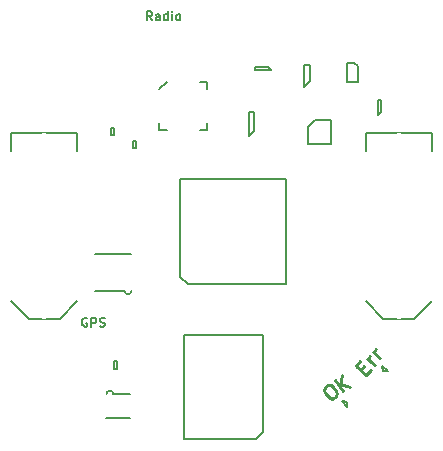
<source format=gto>
G04 #@! TF.GenerationSoftware,KiCad,Pcbnew,no-vcs-found-d3b382c~59~ubuntu16.04.1*
G04 #@! TF.CreationDate,2017-07-25T02:02:09+01:00*
G04 #@! TF.ProjectId,m3radio,6D33726164696F2E6B696361645F7063,Rev 1*
G04 #@! TF.SameCoordinates,Original
G04 #@! TF.FileFunction,Legend,Top*
G04 #@! TF.FilePolarity,Positive*
%FSLAX46Y46*%
G04 Gerber Fmt 4.6, Leading zero omitted, Abs format (unit mm)*
G04 Created by KiCad (PCBNEW no-vcs-found-d3b382c~59~ubuntu16.04.1) date Tue Jul 25 02:02:09 2017*
%MOMM*%
%LPD*%
G01*
G04 APERTURE LIST*
%ADD10C,0.250000*%
%ADD11C,0.187500*%
%ADD12C,0.150000*%
%ADD13R,0.300000X1.500000*%
%ADD14R,1.500000X0.300000*%
%ADD15R,0.400000X0.950000*%
%ADD16R,0.620000X0.620000*%
%ADD17R,1.000000X1.050000*%
%ADD18R,1.050000X2.200000*%
%ADD19R,2.920000X0.740000*%
%ADD20C,0.950000*%
%ADD21C,0.100000*%
%ADD22R,0.650000X0.350000*%
%ADD23R,0.802000X0.802000*%
%ADD24R,0.750000X0.300000*%
%ADD25R,0.300000X0.750000*%
%ADD26R,2.602000X2.602000*%
%ADD27C,1.200000*%
%ADD28R,0.750000X0.900000*%
%ADD29R,0.470000X0.400000*%
%ADD30R,0.952000X1.702000*%
%ADD31R,0.520000X0.520000*%
%ADD32R,0.950000X1.000000*%
%ADD33R,0.950000X0.400000*%
%ADD34R,1.100000X0.600000*%
%ADD35R,1.450000X0.300000*%
%ADD36R,0.600000X0.200000*%
%ADD37R,1.800000X0.700000*%
%ADD38R,0.800000X1.000000*%
G04 APERTURE END LIST*
D10*
X111791551Y-112210948D02*
X112048666Y-111904530D01*
X112640372Y-112177246D02*
X112273065Y-112614986D01*
X111353811Y-111843641D01*
X111721118Y-111405901D01*
X112970948Y-111783280D02*
X112358113Y-111269050D01*
X112533209Y-111415973D02*
X112482391Y-111298738D01*
X112475348Y-111218233D01*
X112505036Y-111093954D01*
X112578497Y-111006406D01*
X113448448Y-111214219D02*
X112835612Y-110699989D01*
X113010708Y-110846912D02*
X112959891Y-110729676D01*
X112952848Y-110649172D01*
X112982535Y-110524893D01*
X113055996Y-110437345D01*
X108787969Y-113621397D02*
X108975204Y-113490294D01*
X109101597Y-113471551D01*
X109260766Y-113499617D01*
X109438678Y-113654076D01*
X109668109Y-113981737D01*
X109752403Y-114201747D01*
X109724337Y-114360916D01*
X109663496Y-114473276D01*
X109476261Y-114604379D01*
X109349868Y-114623122D01*
X109190699Y-114595057D01*
X109012787Y-114440598D01*
X108783356Y-114112937D01*
X108699062Y-113892926D01*
X108727128Y-113733757D01*
X108787969Y-113621397D01*
X110318817Y-114014415D02*
X109630526Y-113031433D01*
X110880522Y-113621106D02*
X110065934Y-113354384D01*
X110192230Y-112638123D02*
X110023835Y-113593137D01*
D11*
X88614285Y-107825000D02*
X88542857Y-107789285D01*
X88435714Y-107789285D01*
X88328571Y-107825000D01*
X88257142Y-107896428D01*
X88221428Y-107967857D01*
X88185714Y-108110714D01*
X88185714Y-108217857D01*
X88221428Y-108360714D01*
X88257142Y-108432142D01*
X88328571Y-108503571D01*
X88435714Y-108539285D01*
X88507142Y-108539285D01*
X88614285Y-108503571D01*
X88650000Y-108467857D01*
X88650000Y-108217857D01*
X88507142Y-108217857D01*
X88971428Y-108539285D02*
X88971428Y-107789285D01*
X89257142Y-107789285D01*
X89328571Y-107825000D01*
X89364285Y-107860714D01*
X89400000Y-107932142D01*
X89400000Y-108039285D01*
X89364285Y-108110714D01*
X89328571Y-108146428D01*
X89257142Y-108182142D01*
X88971428Y-108182142D01*
X89685714Y-108503571D02*
X89792857Y-108539285D01*
X89971428Y-108539285D01*
X90042857Y-108503571D01*
X90078571Y-108467857D01*
X90114285Y-108396428D01*
X90114285Y-108325000D01*
X90078571Y-108253571D01*
X90042857Y-108217857D01*
X89971428Y-108182142D01*
X89828571Y-108146428D01*
X89757142Y-108110714D01*
X89721428Y-108075000D01*
X89685714Y-108003571D01*
X89685714Y-107932142D01*
X89721428Y-107860714D01*
X89757142Y-107825000D01*
X89828571Y-107789285D01*
X90007142Y-107789285D01*
X90114285Y-107825000D01*
X94135714Y-82589285D02*
X93885714Y-82232142D01*
X93707142Y-82589285D02*
X93707142Y-81839285D01*
X93992857Y-81839285D01*
X94064285Y-81875000D01*
X94100000Y-81910714D01*
X94135714Y-81982142D01*
X94135714Y-82089285D01*
X94100000Y-82160714D01*
X94064285Y-82196428D01*
X93992857Y-82232142D01*
X93707142Y-82232142D01*
X94778571Y-82589285D02*
X94778571Y-82196428D01*
X94742857Y-82125000D01*
X94671428Y-82089285D01*
X94528571Y-82089285D01*
X94457142Y-82125000D01*
X94778571Y-82553571D02*
X94707142Y-82589285D01*
X94528571Y-82589285D01*
X94457142Y-82553571D01*
X94421428Y-82482142D01*
X94421428Y-82410714D01*
X94457142Y-82339285D01*
X94528571Y-82303571D01*
X94707142Y-82303571D01*
X94778571Y-82267857D01*
X95457142Y-82589285D02*
X95457142Y-81839285D01*
X95457142Y-82553571D02*
X95385714Y-82589285D01*
X95242857Y-82589285D01*
X95171428Y-82553571D01*
X95135714Y-82517857D01*
X95100000Y-82446428D01*
X95100000Y-82232142D01*
X95135714Y-82160714D01*
X95171428Y-82125000D01*
X95242857Y-82089285D01*
X95385714Y-82089285D01*
X95457142Y-82125000D01*
X95814285Y-82589285D02*
X95814285Y-82089285D01*
X95814285Y-81839285D02*
X95778571Y-81875000D01*
X95814285Y-81910714D01*
X95850000Y-81875000D01*
X95814285Y-81839285D01*
X95814285Y-81910714D01*
X96278571Y-82589285D02*
X96207142Y-82553571D01*
X96171428Y-82517857D01*
X96135714Y-82446428D01*
X96135714Y-82232142D01*
X96171428Y-82160714D01*
X96207142Y-82125000D01*
X96278571Y-82089285D01*
X96385714Y-82089285D01*
X96457142Y-82125000D01*
X96492857Y-82160714D01*
X96528571Y-82232142D01*
X96528571Y-82446428D01*
X96492857Y-82517857D01*
X96457142Y-82553571D01*
X96385714Y-82589285D01*
X96278571Y-82589285D01*
D12*
X96525000Y-104350000D02*
X96525000Y-96050000D01*
X96525000Y-96050000D02*
X105425000Y-96050000D01*
X105425000Y-96050000D02*
X105425000Y-104950000D01*
X105425000Y-104950000D02*
X97125000Y-104950000D01*
X97125000Y-104950000D02*
X96525000Y-104350000D01*
X104150000Y-86775000D02*
X104150000Y-86775000D01*
X104150000Y-86775000D02*
X102850000Y-86775000D01*
X102850000Y-86775000D02*
X102850000Y-86525000D01*
X102850000Y-86525000D02*
X103900000Y-86525000D01*
X103900000Y-86525000D02*
X104150000Y-86775000D01*
X87785000Y-93635000D02*
X87785000Y-92135000D01*
X87785000Y-92135000D02*
X82215000Y-92135000D01*
X82215000Y-92135000D02*
X82215000Y-93635000D01*
X82215000Y-106365000D02*
X83715000Y-107865000D01*
X83715000Y-107865000D02*
X86285000Y-107865000D01*
X86285000Y-107865000D02*
X87785000Y-106365000D01*
X113669652Y-112295756D02*
X113581384Y-111895338D01*
X113669652Y-112295756D02*
X114079313Y-112313150D01*
X113581384Y-111895338D02*
X114079313Y-112313150D01*
X110602394Y-114928303D02*
X110584018Y-115337921D01*
X110602394Y-114928303D02*
X110211194Y-114805473D01*
X110584018Y-115337921D02*
X110211194Y-114805473D01*
X91775000Y-105500000D02*
X89275000Y-105500000D01*
X92375000Y-102400000D02*
X89275000Y-102400000D01*
X91775000Y-105500000D02*
G75*
G03X92375000Y-105500000I300000J0D01*
G01*
X94700000Y-88450000D02*
X95350000Y-87800000D01*
X98150000Y-87800000D02*
X98800000Y-87800000D01*
X98800000Y-87800000D02*
X98800000Y-88450000D01*
X98150000Y-91900000D02*
X98800000Y-91900000D01*
X98800000Y-91900000D02*
X98800000Y-91250000D01*
X95350000Y-91900000D02*
X94700000Y-91900000D01*
X94700000Y-91900000D02*
X94700000Y-91250000D01*
X117785000Y-93635000D02*
X117785000Y-92135000D01*
X117785000Y-92135000D02*
X112215000Y-92135000D01*
X112215000Y-92135000D02*
X112215000Y-93635000D01*
X112215000Y-106365000D02*
X113715000Y-107865000D01*
X113715000Y-107865000D02*
X116285000Y-107865000D01*
X116285000Y-107865000D02*
X117785000Y-106365000D01*
X92475000Y-92775000D02*
X92725000Y-92775000D01*
X92725000Y-92775000D02*
X92725000Y-93425000D01*
X92725000Y-93425000D02*
X92475000Y-93425000D01*
X92475000Y-93425000D02*
X92475000Y-92775000D01*
X90875000Y-92325000D02*
X90625000Y-92325000D01*
X90625000Y-92325000D02*
X90625000Y-91675000D01*
X90625000Y-91675000D02*
X90875000Y-91675000D01*
X90875000Y-91675000D02*
X90875000Y-92325000D01*
X90850000Y-114250000D02*
X92250000Y-114250000D01*
X90250000Y-116250000D02*
X92250000Y-116250000D01*
X90850000Y-114250000D02*
G75*
G03X90250000Y-114250000I-300000J0D01*
G01*
X90875000Y-111475000D02*
X91125000Y-111475000D01*
X91125000Y-111475000D02*
X91125000Y-112125000D01*
X91125000Y-112125000D02*
X90875000Y-112125000D01*
X90875000Y-112125000D02*
X90875000Y-111475000D01*
X113225000Y-90650000D02*
X113225000Y-90650000D01*
X113225000Y-90650000D02*
X113225000Y-89350000D01*
X113225000Y-89350000D02*
X113475000Y-89350000D01*
X113475000Y-89350000D02*
X113475000Y-90400000D01*
X113475000Y-90400000D02*
X113225000Y-90650000D01*
X107000000Y-88250000D02*
X107000000Y-88250000D01*
X107000000Y-88250000D02*
X107000000Y-86350000D01*
X107000000Y-86350000D02*
X107500000Y-86350000D01*
X107500000Y-86350000D02*
X107500000Y-87750000D01*
X107500000Y-87750000D02*
X107000000Y-88250000D01*
X107925000Y-91050000D02*
X109275000Y-91050000D01*
X109275000Y-91050000D02*
X109275000Y-93050000D01*
X109275000Y-93050000D02*
X107325000Y-93050000D01*
X107325000Y-93050000D02*
X107325000Y-91650000D01*
X107325000Y-91650000D02*
X107925000Y-91050000D01*
X102750000Y-92000000D02*
X102750000Y-92000000D01*
X102750000Y-92000000D02*
X102750000Y-90400000D01*
X102750000Y-90400000D02*
X102350000Y-90400000D01*
X102350000Y-90400000D02*
X102350000Y-92400000D01*
X102350000Y-92400000D02*
X102750000Y-92000000D01*
X102900000Y-118075000D02*
X96800000Y-118075000D01*
X96800000Y-118075000D02*
X96800000Y-109275000D01*
X96800000Y-109275000D02*
X103500000Y-109275000D01*
X103500000Y-109275000D02*
X103500000Y-117475000D01*
X103500000Y-117475000D02*
X102900000Y-118075000D01*
X111250000Y-86200000D02*
X111550000Y-86450000D01*
X111550000Y-87800000D02*
X111550000Y-86450000D01*
X110650000Y-87800000D02*
X111550000Y-87800000D01*
X110650000Y-86200000D02*
X110650000Y-87800000D01*
X111250000Y-86200000D02*
X110650000Y-86200000D01*
%LPC*%
D13*
X97225000Y-106200000D03*
X97725000Y-106200000D03*
X98225000Y-106200000D03*
X98725000Y-106200000D03*
X99225000Y-106200000D03*
X99725000Y-106200000D03*
X100225000Y-106200000D03*
X100725000Y-106200000D03*
X101225000Y-106200000D03*
X101725000Y-106200000D03*
X102225000Y-106200000D03*
X102725000Y-106200000D03*
X103225000Y-106200000D03*
X103725000Y-106200000D03*
X104225000Y-106200000D03*
X104725000Y-106200000D03*
D14*
X106675000Y-104250000D03*
X106675000Y-103750000D03*
X106675000Y-103250000D03*
X106675000Y-102750000D03*
X106675000Y-102250000D03*
X106675000Y-101750000D03*
X106675000Y-101250000D03*
X106675000Y-100750000D03*
X106675000Y-100250000D03*
X106675000Y-99750000D03*
X106675000Y-99250000D03*
X106675000Y-98750000D03*
X106675000Y-98250000D03*
X106675000Y-97750000D03*
X106675000Y-97250000D03*
X106675000Y-96750000D03*
D13*
X104725000Y-94800000D03*
X104225000Y-94800000D03*
X103725000Y-94800000D03*
X103225000Y-94800000D03*
X102725000Y-94800000D03*
X102225000Y-94800000D03*
X101725000Y-94800000D03*
X101225000Y-94800000D03*
X100725000Y-94800000D03*
X100225000Y-94800000D03*
X99725000Y-94800000D03*
X99225000Y-94800000D03*
X98725000Y-94800000D03*
X98225000Y-94800000D03*
X97725000Y-94800000D03*
X97225000Y-94800000D03*
D14*
X95275000Y-96750000D03*
X95275000Y-97250000D03*
X95275000Y-97750000D03*
X95275000Y-98250000D03*
X95275000Y-98750000D03*
X95275000Y-99250000D03*
X95275000Y-99750000D03*
X95275000Y-100250000D03*
X95275000Y-100750000D03*
X95275000Y-101250000D03*
X95275000Y-101750000D03*
X95275000Y-102250000D03*
X95275000Y-102750000D03*
X95275000Y-103250000D03*
X95275000Y-103750000D03*
X95275000Y-104250000D03*
D15*
X104150000Y-85550000D03*
X103500000Y-85550000D03*
X102850000Y-85550000D03*
X102850000Y-87750000D03*
X103500000Y-87750000D03*
X104150000Y-87750000D03*
D16*
X89750000Y-90800000D03*
X88850000Y-90800000D03*
X113400000Y-86575000D03*
X113400000Y-87475000D03*
X92200000Y-113250000D03*
X91300000Y-113250000D03*
D17*
X87050000Y-109575000D03*
D18*
X88525000Y-111100000D03*
X85575000Y-111100000D03*
D16*
X108300000Y-96600000D03*
X108300000Y-95700000D03*
X106870000Y-111660000D03*
X106870000Y-112560000D03*
D19*
X83285000Y-94285000D03*
X86715000Y-94285000D03*
X83285000Y-95555000D03*
X86715000Y-95555000D03*
X83285000Y-96825000D03*
X86715000Y-96825000D03*
X83285000Y-98095000D03*
X86715000Y-98095000D03*
X83285000Y-99365000D03*
X86715000Y-99365000D03*
X83285000Y-100635000D03*
X86715000Y-100635000D03*
X83285000Y-101905000D03*
X86715000Y-101905000D03*
X83285000Y-103175000D03*
X86715000Y-103175000D03*
X83285000Y-104445000D03*
X86715000Y-104445000D03*
X83285000Y-105715000D03*
X86715000Y-105715000D03*
D16*
X108300000Y-106450000D03*
X108300000Y-105550000D03*
X109200000Y-94450000D03*
X108300000Y-94450000D03*
X93600000Y-106650000D03*
X93600000Y-105750000D03*
X100250000Y-107800000D03*
X101150000Y-107800000D03*
X108300000Y-104450000D03*
X108300000Y-103550000D03*
X102350000Y-107800000D03*
X103250000Y-107800000D03*
X93700000Y-95150000D03*
X93700000Y-94250000D03*
X97400000Y-93150000D03*
X96500000Y-93150000D03*
X93600000Y-103550000D03*
X93600000Y-104450000D03*
D20*
X113235770Y-112812836D03*
D21*
G36*
X113313468Y-113498101D02*
X112547424Y-112855313D01*
X113158072Y-112127571D01*
X113924116Y-112770359D01*
X113313468Y-113498101D01*
X113313468Y-113498101D01*
G37*
D20*
X114264230Y-111587164D03*
D21*
G36*
X114341928Y-112272429D02*
X113575884Y-111629641D01*
X114186532Y-110901899D01*
X114952576Y-111544687D01*
X114341928Y-112272429D01*
X114341928Y-112272429D01*
G37*
D20*
X111155322Y-114541139D03*
D21*
G36*
X111257631Y-113859114D02*
X111831207Y-114678266D01*
X111053013Y-115223164D01*
X110479437Y-114404012D01*
X111257631Y-113859114D01*
X111257631Y-113859114D01*
G37*
D20*
X109844678Y-115458861D03*
D21*
G36*
X109946987Y-114776836D02*
X110520563Y-115595988D01*
X109742369Y-116140886D01*
X109168793Y-115321734D01*
X109946987Y-114776836D01*
X109946987Y-114776836D01*
G37*
D22*
X92375000Y-104925000D03*
X92375000Y-104275000D03*
X92375000Y-103625000D03*
X92375000Y-102975000D03*
X89275000Y-102975000D03*
X89275000Y-103625000D03*
X89275000Y-104275000D03*
X89275000Y-104925000D03*
D23*
X90825000Y-104550000D03*
X90825000Y-103350000D03*
D24*
X94750000Y-88850000D03*
X94750000Y-89350000D03*
X94750000Y-89850000D03*
X94750000Y-90350000D03*
X94750000Y-90850000D03*
D25*
X95750000Y-91850000D03*
X96250000Y-91850000D03*
X96750000Y-91850000D03*
X97250000Y-91850000D03*
X97750000Y-91850000D03*
D24*
X98750000Y-90850000D03*
X98750000Y-90350000D03*
X98750000Y-89850000D03*
X98750000Y-89350000D03*
X98750000Y-88850000D03*
D25*
X97750000Y-87850000D03*
X97250000Y-87850000D03*
X96750000Y-87850000D03*
X96250000Y-87850000D03*
X95750000Y-87850000D03*
D26*
X96750000Y-89850000D03*
D27*
X85000000Y-107305000D03*
X85000000Y-92695000D03*
D19*
X113285000Y-94285000D03*
X116715000Y-94285000D03*
X113285000Y-95555000D03*
X116715000Y-95555000D03*
X113285000Y-96825000D03*
X116715000Y-96825000D03*
X113285000Y-98095000D03*
X116715000Y-98095000D03*
X113285000Y-99365000D03*
X116715000Y-99365000D03*
X113285000Y-100635000D03*
X116715000Y-100635000D03*
X113285000Y-101905000D03*
X116715000Y-101905000D03*
X113285000Y-103175000D03*
X116715000Y-103175000D03*
X113285000Y-104445000D03*
X116715000Y-104445000D03*
X113285000Y-105715000D03*
X116715000Y-105715000D03*
D27*
X115000000Y-107305000D03*
X115000000Y-92695000D03*
D16*
X110900000Y-109250000D03*
X110900000Y-110150000D03*
X109500000Y-109250000D03*
X109500000Y-110150000D03*
X94400000Y-93150000D03*
X95300000Y-93150000D03*
X91300000Y-94250000D03*
X91300000Y-95150000D03*
X91000000Y-88650000D03*
X91000000Y-89550000D03*
X93500000Y-92050000D03*
X92600000Y-92050000D03*
X92750000Y-90800000D03*
X91850000Y-90800000D03*
X89800000Y-87450000D03*
X88900000Y-87450000D03*
D28*
X91900000Y-93100000D03*
X93300000Y-93100000D03*
X91450000Y-92000000D03*
X90050000Y-92000000D03*
D16*
X93500000Y-113950000D03*
X93500000Y-114850000D03*
X89400000Y-112900000D03*
X89400000Y-113800000D03*
X113275000Y-88450000D03*
X114175000Y-88450000D03*
X108300000Y-89700000D03*
X109200000Y-89700000D03*
X90250000Y-109400000D03*
X90250000Y-110300000D03*
X91950000Y-85800000D03*
X91950000Y-84900000D03*
D29*
X90335000Y-114600000D03*
X90335000Y-115250000D03*
X90335000Y-115900000D03*
X92165000Y-115900000D03*
X92165000Y-115250000D03*
X92165000Y-114600000D03*
D30*
X91250000Y-115250000D03*
D31*
X91400000Y-110000000D03*
X91400000Y-109200000D03*
X93100000Y-110000000D03*
X92300000Y-110000000D03*
X93100000Y-111700000D03*
X93100000Y-110900000D03*
D32*
X90200000Y-111800000D03*
X91800000Y-111800000D03*
D16*
X88400000Y-112900000D03*
X88400000Y-113800000D03*
D17*
X95200000Y-85900000D03*
D18*
X93725000Y-84375000D03*
X96675000Y-84375000D03*
D16*
X115850000Y-89800000D03*
X115850000Y-90700000D03*
D33*
X114450000Y-90650000D03*
X114450000Y-90000000D03*
X114450000Y-89350000D03*
X112250000Y-89350000D03*
X112250000Y-90650000D03*
D16*
X104650000Y-90250000D03*
X104650000Y-91150000D03*
X104050000Y-89250000D03*
X103150000Y-89250000D03*
X106850000Y-89700000D03*
X105950000Y-89700000D03*
D34*
X108550000Y-88250000D03*
X108550000Y-87300000D03*
X108550000Y-86350000D03*
X105950000Y-86350000D03*
X105950000Y-88250000D03*
D35*
X106100000Y-91050000D03*
X106100000Y-91550000D03*
X106100000Y-92050000D03*
X106100000Y-92550000D03*
X106100000Y-93050000D03*
X110500000Y-93050000D03*
X110500000Y-92550000D03*
X110500000Y-92050000D03*
X110500000Y-91550000D03*
X110500000Y-91050000D03*
D36*
X103150000Y-92000000D03*
X103150000Y-91600000D03*
X103150000Y-91200000D03*
X103150000Y-90800000D03*
X103150000Y-90400000D03*
X101950000Y-90400000D03*
X101950000Y-90800000D03*
X101950000Y-91200000D03*
X101950000Y-91600000D03*
X101950000Y-92000000D03*
D37*
X104900000Y-118075000D03*
X104900000Y-116975000D03*
X104900000Y-115875000D03*
X104900000Y-114775000D03*
X104900000Y-113675000D03*
X104900000Y-112575000D03*
X104900000Y-111475000D03*
X104900000Y-110375000D03*
X104900000Y-109275000D03*
X95400000Y-109275000D03*
X95400000Y-110375000D03*
X95400000Y-111475000D03*
X95400000Y-112575000D03*
X95400000Y-113675000D03*
X95400000Y-114775000D03*
X95400000Y-115875000D03*
X95400000Y-116975000D03*
X95400000Y-118075000D03*
D16*
X107700000Y-84850000D03*
X106800000Y-84850000D03*
D38*
X112150000Y-86300000D03*
X112150000Y-87700000D03*
X110050000Y-86300000D03*
X110050000Y-87700000D03*
D16*
X92500000Y-94250000D03*
X92500000Y-95150000D03*
X93400000Y-89550000D03*
X93400000Y-88650000D03*
X92200000Y-89550000D03*
X92200000Y-88650000D03*
X89800000Y-88650000D03*
X89800000Y-89550000D03*
X100625000Y-87125000D03*
X100625000Y-86225000D03*
X99525000Y-85800000D03*
X99525000Y-86700000D03*
X90100000Y-94250000D03*
X90100000Y-95150000D03*
M02*

</source>
